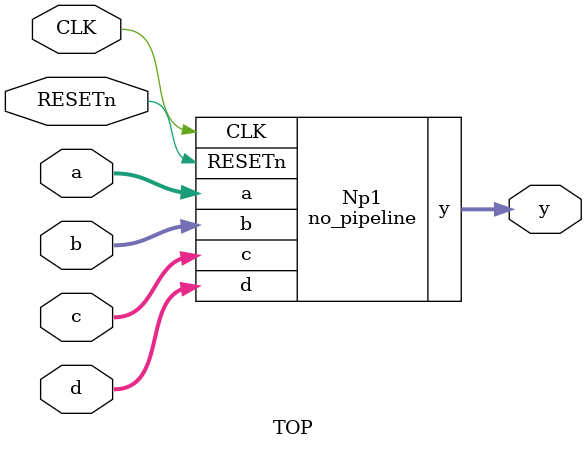
<source format=v>


module no_pipeline ( a, b, c, d, RESETn, CLK, y );
  input [2:0] a;
  input [2:0] b;
  input [2:0] c;
  input [2:0] d;
  output [7:0] y;
  input RESETn, CLK;
  wire   N9, N10, N11, N12, N13, N14, N15, N16, n1, n2, n3, n4, n5, n6, n7, n8,
         n9, n10, n11, n12, n13, n14, n15, n16, n17, n18, n19, n20, n21, n22,
         n23, n24, n25, n26, n27, n28, n29, n30, n31, n32, n33, n34, n35, n36,
         n37, n38, n39, n40, n41, n42, n43, n44, n45, n46, n47, n48, n49;

  DFFARX1_RVT y_reg_7_ ( .D(N16), .CLK(CLK), .RSTB(RESETn), .Q(y[7]) );
  DFFARX1_RVT y_reg_6_ ( .D(N15), .CLK(CLK), .RSTB(RESETn), .Q(y[6]) );
  DFFARX1_RVT y_reg_5_ ( .D(N14), .CLK(CLK), .RSTB(RESETn), .Q(y[5]) );
  DFFARX1_RVT y_reg_4_ ( .D(N13), .CLK(CLK), .RSTB(RESETn), .Q(y[4]) );
  DFFARX1_RVT y_reg_3_ ( .D(N12), .CLK(CLK), .RSTB(RESETn), .Q(y[3]) );
  DFFARX1_RVT y_reg_2_ ( .D(N11), .CLK(CLK), .RSTB(RESETn), .Q(y[2]) );
  DFFARX1_RVT y_reg_1_ ( .D(N10), .CLK(CLK), .RSTB(RESETn), .Q(y[1]) );
  DFFARX1_RVT y_reg_0_ ( .D(N9), .CLK(CLK), .RSTB(RESETn), .Q(y[0]) );
  NAND2X0_RVT U3 ( .A1(b[0]), .A2(a[0]), .Y(n1) );
  OA21X1_RVT U4 ( .A1(b[0]), .A2(a[0]), .A3(n1), .Y(n45) );
  NAND2X0_RVT U5 ( .A1(d[0]), .A2(c[0]), .Y(n2) );
  OA21X1_RVT U6 ( .A1(d[0]), .A2(c[0]), .A3(n2), .Y(n48) );
  AND2X1_RVT U7 ( .A1(n45), .A2(n48), .Y(N9) );
  INVX0_RVT U8 ( .A(n1), .Y(n4) );
  INVX0_RVT U9 ( .A(n2), .Y(n6) );
  AND2X1_RVT U10 ( .A1(n47), .A2(n31), .Y(n14) );
  FADDX1_RVT U11 ( .A(c[2]), .B(d[2]), .CI(n3), .CO(n30), .S(n31) );
  FADDX1_RVT U12 ( .A(a[1]), .B(b[1]), .CI(n4), .CO(n7), .S(n47) );
  NAND3X0_RVT U13 ( .A1(N9), .A2(n30), .A3(n32), .Y(n15) );
  AO22X1_RVT U14 ( .A1(n45), .A2(n30), .A3(n48), .A4(n32), .Y(n5) );
  AND2X1_RVT U15 ( .A1(n15), .A2(n5), .Y(n13) );
  FADDX1_RVT U16 ( .A(c[1]), .B(d[1]), .CI(n6), .CO(n3), .S(n44) );
  FADDX1_RVT U17 ( .A(a[2]), .B(b[2]), .CI(n7), .CO(n32), .S(n29) );
  AND2X1_RVT U18 ( .A1(n44), .A2(n29), .Y(n12) );
  NAND3X0_RVT U19 ( .A1(n45), .A2(n44), .A3(n14), .Y(n8) );
  INVX0_RVT U20 ( .A(n8), .Y(n19) );
  AND2X1_RVT U21 ( .A1(n44), .A2(n47), .Y(n16) );
  OA221X1_RVT U22 ( .A1(n16), .A2(n31), .A3(n16), .A4(n45), .A5(n8), .Y(n11)
         );
  NAND2X0_RVT U23 ( .A1(N9), .A2(n16), .Y(n46) );
  INVX0_RVT U24 ( .A(n46), .Y(n10) );
  AND2X1_RVT U25 ( .A1(n48), .A2(n29), .Y(n9) );
  FADDX1_RVT U26 ( .A(n11), .B(n10), .CI(n9), .CO(n18), .S(N11) );
  FADDX1_RVT U27 ( .A(n14), .B(n13), .CI(n12), .CO(n26), .S(n20) );
  INVX0_RVT U28 ( .A(n15), .Y(n23) );
  AND2X1_RVT U29 ( .A1(n31), .A2(n29), .Y(n22) );
  AND2X1_RVT U30 ( .A1(n30), .A2(n32), .Y(n37) );
  NAND2X0_RVT U31 ( .A1(n37), .A2(n16), .Y(n28) );
  AO22X1_RVT U32 ( .A1(n30), .A2(n47), .A3(n32), .A4(n44), .Y(n17) );
  AND2X1_RVT U33 ( .A1(n28), .A2(n17), .Y(n21) );
  FADDX1_RVT U34 ( .A(n20), .B(n19), .CI(n18), .CO(n24), .S(N12) );
  FADDX1_RVT U35 ( .A(n23), .B(n22), .CI(n21), .CO(n43), .S(n25) );
  FADDX1_RVT U36 ( .A(n26), .B(n25), .CI(n24), .CO(n27), .S(N13) );
  NBUFFX2_RVT U37 ( .A(n27), .Y(n42) );
  INVX0_RVT U38 ( .A(n28), .Y(n35) );
  AND2X1_RVT U39 ( .A1(n30), .A2(n29), .Y(n34) );
  AND2X1_RVT U40 ( .A1(n32), .A2(n31), .Y(n33) );
  OA21X1_RVT U41 ( .A1(n43), .A2(n42), .A3(n41), .Y(n39) );
  FADDX1_RVT U42 ( .A(n35), .B(n34), .CI(n33), .CO(n36), .S(n41) );
  OA21X1_RVT U43 ( .A1(n39), .A2(n36), .A3(n37), .Y(N16) );
  INVX0_RVT U44 ( .A(n36), .Y(n38) );
  AND2X1_RVT U45 ( .A1(n38), .A2(n37), .Y(n40) );
  HADDX1_RVT U46 ( .A0(n40), .B0(n39), .SO(N15) );
  FADDX1_RVT U47 ( .A(n43), .B(n42), .CI(n41), .S(N14) );
  AND2X1_RVT U48 ( .A1(n45), .A2(n44), .Y(n49) );
  OA221X1_RVT U49 ( .A1(n49), .A2(n48), .A3(n49), .A4(n47), .A5(n46), .Y(N10)
         );
endmodule


module TOP ( a, b, c, d, CLK, RESETn, y );
  input [2:0] a;
  input [2:0] b;
  input [2:0] c;
  input [2:0] d;
  output [7:0] y;
  input CLK, RESETn;


  no_pipeline Np1 ( .a(a), .b(b), .c(c), .d(d), .RESETn(RESETn), .CLK(CLK), 
        .y(y) );
endmodule


</source>
